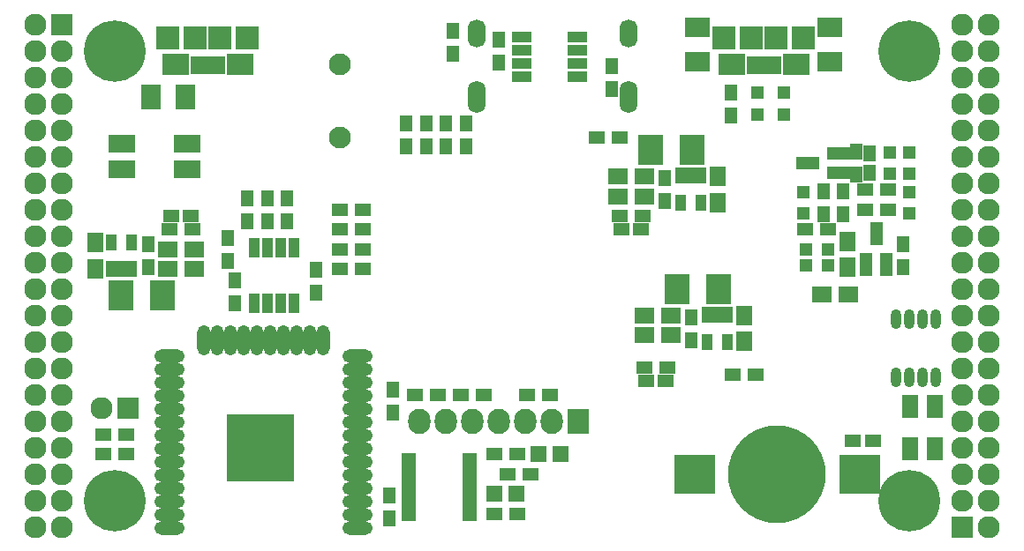
<source format=gbs>
G04 #@! TF.FileFunction,Soldermask,Bot*
%FSLAX46Y46*%
G04 Gerber Fmt 4.6, Leading zero omitted, Abs format (unit mm)*
G04 Created by KiCad (PCBNEW 4.0.5+dfsg1-4) date Wed May 17 15:07:01 2017*
%MOMM*%
%LPD*%
G01*
G04 APERTURE LIST*
%ADD10C,0.100000*%
%ADD11R,3.900000X3.700000*%
%ADD12C,9.400000*%
%ADD13R,2.432000X1.924000*%
%ADD14R,2.400000X2.900000*%
%ADD15R,1.100000X1.600000*%
%ADD16R,1.650000X1.900000*%
%ADD17R,1.900000X1.650000*%
%ADD18R,1.924000X2.432000*%
%ADD19O,1.009600X1.873200*%
%ADD20R,1.200000X1.300000*%
%ADD21R,1.300000X1.200000*%
%ADD22C,2.100000*%
%ADD23R,1.200000X2.300000*%
%ADD24R,2.300000X1.200000*%
%ADD25R,1.600000X1.150000*%
%ADD26R,1.150000X1.600000*%
%ADD27R,1.600000X1.300000*%
%ADD28R,1.300000X1.600000*%
%ADD29O,1.700000X3.100000*%
%ADD30O,1.700000X2.700000*%
%ADD31R,1.000000X1.950000*%
%ADD32R,1.950000X1.000000*%
%ADD33O,2.900000X1.300000*%
%ADD34O,1.300000X2.900000*%
%ADD35R,6.400000X6.400000*%
%ADD36R,2.127200X2.127200*%
%ADD37O,2.127200X2.127200*%
%ADD38C,5.900000*%
%ADD39R,1.400000X0.800000*%
%ADD40R,1.600000X2.200000*%
%ADD41R,2.600000X1.800000*%
%ADD42R,2.127200X2.432000*%
%ADD43O,2.127200X2.432000*%
%ADD44R,1.598880X1.598880*%
%ADD45R,2.500000X2.000000*%
%ADD46R,2.300000X2.300000*%
%ADD47R,0.800000X1.750000*%
%ADD48R,2.200000X2.300000*%
G04 APERTURE END LIST*
D10*
D11*
X174390000Y-105870000D03*
X158590000Y-105870000D03*
D12*
X166490000Y-105870000D03*
D13*
X171570000Y-62944000D03*
X171570000Y-66246000D03*
D14*
X160870000Y-88090000D03*
X156870000Y-88090000D03*
D15*
X159825000Y-90600000D03*
X160775000Y-90600000D03*
X161725000Y-90600000D03*
X161725000Y-93200000D03*
X159825000Y-93200000D03*
D14*
X158330000Y-74755000D03*
X154330000Y-74755000D03*
D15*
X157285000Y-77235000D03*
X158235000Y-77235000D03*
X159185000Y-77235000D03*
X159185000Y-79835000D03*
X157285000Y-79835000D03*
D14*
X103530000Y-88725000D03*
X107530000Y-88725000D03*
D15*
X104575000Y-86215000D03*
X103625000Y-86215000D03*
X102675000Y-86215000D03*
X102675000Y-83615000D03*
X104575000Y-83615000D03*
D16*
X101085000Y-83665000D03*
X101085000Y-86165000D03*
D17*
X153810000Y-90630000D03*
X156310000Y-90630000D03*
X153810000Y-92535000D03*
X156310000Y-92535000D03*
D16*
X163315000Y-93150000D03*
X163315000Y-90650000D03*
D17*
X151270000Y-79200000D03*
X153770000Y-79200000D03*
X151270000Y-77295000D03*
X153770000Y-77295000D03*
D16*
X160775000Y-79815000D03*
X160775000Y-77315000D03*
D17*
X110590000Y-84280000D03*
X108090000Y-84280000D03*
X110590000Y-86185000D03*
X108090000Y-86185000D03*
D18*
X106419000Y-69675000D03*
X109721000Y-69675000D03*
D13*
X158870000Y-66246000D03*
X158870000Y-62944000D03*
D19*
X181730000Y-96599000D03*
X180460000Y-96599000D03*
X179190000Y-96599000D03*
X177920000Y-96599000D03*
X177920000Y-91011000D03*
X179190000Y-91011000D03*
X180460000Y-91011000D03*
X181730000Y-91011000D03*
D16*
X173221000Y-86038000D03*
X173221000Y-83538000D03*
D20*
X169250000Y-84280000D03*
X171350000Y-84280000D03*
D21*
X179190000Y-80885000D03*
X179190000Y-78785000D03*
X177285000Y-74975000D03*
X177285000Y-77075000D03*
X169030000Y-80885000D03*
X169030000Y-78785000D03*
D22*
X124580000Y-66540000D03*
X124580000Y-73540000D03*
D23*
X176965000Y-85780000D03*
X175065000Y-85780000D03*
X176015000Y-82780000D03*
D24*
X172435000Y-75075000D03*
X172435000Y-76975000D03*
X169435000Y-76025000D03*
D25*
X153910000Y-96910000D03*
X155810000Y-96910000D03*
X151570000Y-82375000D03*
X153470000Y-82375000D03*
X110290000Y-81105000D03*
X108390000Y-81105000D03*
D26*
X175380000Y-75075000D03*
X175380000Y-76975000D03*
D27*
X169200000Y-82375000D03*
X171400000Y-82375000D03*
D28*
X172840000Y-80935000D03*
X172840000Y-78735000D03*
D27*
X177115000Y-80470000D03*
X174915000Y-80470000D03*
D28*
X174110000Y-74925000D03*
X174110000Y-77125000D03*
X178555000Y-83815000D03*
X178555000Y-86015000D03*
X113785000Y-83180000D03*
X113785000Y-85380000D03*
X170935000Y-80935000D03*
X170935000Y-78735000D03*
X129280000Y-107900000D03*
X129280000Y-110100000D03*
D27*
X142825000Y-105870000D03*
X140625000Y-105870000D03*
X177115000Y-78565000D03*
X174915000Y-78565000D03*
X153760000Y-95640000D03*
X155960000Y-95640000D03*
X110440000Y-82375000D03*
X108240000Y-82375000D03*
X151420000Y-81105000D03*
X153620000Y-81105000D03*
D28*
X158235000Y-90800000D03*
X158235000Y-93000000D03*
X106165000Y-86015000D03*
X106165000Y-83815000D03*
X155695000Y-77465000D03*
X155695000Y-79665000D03*
D27*
X126782000Y-86185000D03*
X124582000Y-86185000D03*
X126782000Y-84279000D03*
X124582000Y-84279000D03*
X126782000Y-82375000D03*
X124582000Y-82375000D03*
X126782000Y-80470000D03*
X124582000Y-80470000D03*
D28*
X130930000Y-74417000D03*
X130930000Y-72217000D03*
X132835000Y-74417000D03*
X132835000Y-72217000D03*
X134740000Y-74417000D03*
X134740000Y-72217000D03*
X136645000Y-74417000D03*
X136645000Y-72217000D03*
D29*
X152280000Y-69650000D03*
X137680000Y-69650000D03*
D30*
X137680000Y-63600000D03*
X152280000Y-63600000D03*
D31*
X116325000Y-84120000D03*
X117595000Y-84120000D03*
X118865000Y-84120000D03*
X120135000Y-84120000D03*
X120135000Y-89520000D03*
X118865000Y-89520000D03*
X117595000Y-89520000D03*
X116325000Y-89520000D03*
D25*
X173795000Y-102695000D03*
X175695000Y-102695000D03*
D32*
X141980000Y-67705000D03*
X141980000Y-66435000D03*
X141980000Y-65165000D03*
X141980000Y-63895000D03*
X147380000Y-63895000D03*
X147380000Y-65165000D03*
X147380000Y-66435000D03*
X147380000Y-67705000D03*
D20*
X171350000Y-85804000D03*
X169250000Y-85804000D03*
D21*
X179190000Y-77075000D03*
X179190000Y-74975000D03*
D33*
X126260434Y-111030338D03*
X126260434Y-109760338D03*
X126260434Y-108490338D03*
X126260434Y-107220338D03*
X126260434Y-105950338D03*
X126260434Y-104680338D03*
X126260434Y-103410338D03*
X126260434Y-102140338D03*
X126260434Y-100870338D03*
X126260434Y-99600338D03*
X126260434Y-98330338D03*
X126260434Y-97060338D03*
X126260434Y-95790338D03*
X126260434Y-94520338D03*
D34*
X122975434Y-93030338D03*
X121705434Y-93030338D03*
X120435434Y-93030338D03*
X119165434Y-93030338D03*
X117895434Y-93030338D03*
X116625434Y-93030338D03*
X115355434Y-93030338D03*
X114085434Y-93030338D03*
X112815434Y-93030338D03*
X111545434Y-93030338D03*
D33*
X108260434Y-94520338D03*
X108260434Y-95790338D03*
X108260434Y-97060338D03*
X108260434Y-98330338D03*
X108260434Y-99600338D03*
X108260434Y-100870338D03*
X108260434Y-102140338D03*
X108260434Y-103410338D03*
X108260434Y-104680338D03*
X108260434Y-105950338D03*
X108260434Y-107220338D03*
X108260434Y-108490338D03*
X108260434Y-109760338D03*
X108260434Y-111030338D03*
D35*
X116960434Y-103330338D03*
D36*
X97910000Y-62690000D03*
D37*
X95370000Y-62690000D03*
X97910000Y-65230000D03*
X95370000Y-65230000D03*
X97910000Y-67770000D03*
X95370000Y-67770000D03*
X97910000Y-70310000D03*
X95370000Y-70310000D03*
X97910000Y-72850000D03*
X95370000Y-72850000D03*
X97910000Y-75390000D03*
X95370000Y-75390000D03*
X97910000Y-77930000D03*
X95370000Y-77930000D03*
X97910000Y-80470000D03*
X95370000Y-80470000D03*
X97910000Y-83010000D03*
X95370000Y-83010000D03*
X97910000Y-85550000D03*
X95370000Y-85550000D03*
X97910000Y-88090000D03*
X95370000Y-88090000D03*
X97910000Y-90630000D03*
X95370000Y-90630000D03*
X97910000Y-93170000D03*
X95370000Y-93170000D03*
X97910000Y-95710000D03*
X95370000Y-95710000D03*
X97910000Y-98250000D03*
X95370000Y-98250000D03*
X97910000Y-100790000D03*
X95370000Y-100790000D03*
X97910000Y-103330000D03*
X95370000Y-103330000D03*
X97910000Y-105870000D03*
X95370000Y-105870000D03*
X97910000Y-108410000D03*
X95370000Y-108410000D03*
X97910000Y-110950000D03*
X95370000Y-110950000D03*
D36*
X184270000Y-110950000D03*
D37*
X186810000Y-110950000D03*
X184270000Y-108410000D03*
X186810000Y-108410000D03*
X184270000Y-105870000D03*
X186810000Y-105870000D03*
X184270000Y-103330000D03*
X186810000Y-103330000D03*
X184270000Y-100790000D03*
X186810000Y-100790000D03*
X184270000Y-98250000D03*
X186810000Y-98250000D03*
X184270000Y-95710000D03*
X186810000Y-95710000D03*
X184270000Y-93170000D03*
X186810000Y-93170000D03*
X184270000Y-90630000D03*
X186810000Y-90630000D03*
X184270000Y-88090000D03*
X186810000Y-88090000D03*
X184270000Y-85550000D03*
X186810000Y-85550000D03*
X184270000Y-83010000D03*
X186810000Y-83010000D03*
X184270000Y-80470000D03*
X186810000Y-80470000D03*
X184270000Y-77930000D03*
X186810000Y-77930000D03*
X184270000Y-75390000D03*
X186810000Y-75390000D03*
X184270000Y-72850000D03*
X186810000Y-72850000D03*
X184270000Y-70310000D03*
X186810000Y-70310000D03*
X184270000Y-67770000D03*
X186810000Y-67770000D03*
X184270000Y-65230000D03*
X186810000Y-65230000D03*
X184270000Y-62690000D03*
X186810000Y-62690000D03*
D38*
X102990000Y-108410000D03*
X179190000Y-108410000D03*
X179190000Y-65230000D03*
X102990000Y-65230000D03*
D21*
X167125000Y-69260000D03*
X167125000Y-71360000D03*
X164585000Y-69260000D03*
X164585000Y-71360000D03*
D28*
X162045000Y-71410000D03*
X162045000Y-69210000D03*
X139820000Y-66330000D03*
X139820000Y-64130000D03*
X135375000Y-63300000D03*
X135375000Y-65500000D03*
X150615000Y-68870000D03*
X150615000Y-66670000D03*
D27*
X151380000Y-73600000D03*
X149180000Y-73600000D03*
D39*
X137005000Y-104215000D03*
X137005000Y-104865000D03*
X137005000Y-105515000D03*
X137005000Y-106165000D03*
X137005000Y-106815000D03*
X137005000Y-107465000D03*
X137005000Y-108115000D03*
X137005000Y-108765000D03*
X137005000Y-109415000D03*
X137005000Y-110065000D03*
X131205000Y-110065000D03*
X131205000Y-109415000D03*
X131205000Y-108765000D03*
X131205000Y-108115000D03*
X131205000Y-107465000D03*
X131205000Y-106815000D03*
X131205000Y-106165000D03*
X131205000Y-105515000D03*
X131205000Y-104865000D03*
X131205000Y-104215000D03*
D28*
X119500000Y-79370000D03*
X119500000Y-81570000D03*
X114480000Y-89500000D03*
X114480000Y-87300000D03*
X129660000Y-99985000D03*
X129660000Y-97785000D03*
X117595000Y-79370000D03*
X117595000Y-81570000D03*
X122280000Y-86300000D03*
X122280000Y-88500000D03*
X115690000Y-79370000D03*
X115690000Y-81570000D03*
D27*
X144730000Y-98250000D03*
X142530000Y-98250000D03*
X138380000Y-98250000D03*
X136180000Y-98250000D03*
X133935000Y-98250000D03*
X131735000Y-98250000D03*
X101890000Y-103965000D03*
X104090000Y-103965000D03*
D40*
X179260000Y-99425000D03*
X179260000Y-103425000D03*
X181660000Y-103425000D03*
X181660000Y-99425000D03*
D41*
X109950000Y-76640000D03*
X103650000Y-76640000D03*
X103650000Y-74140000D03*
X109950000Y-74140000D03*
D36*
X104260000Y-99520000D03*
D37*
X101720000Y-99520000D03*
D42*
X147440000Y-100790000D03*
D43*
X144900000Y-100790000D03*
X142360000Y-100790000D03*
X139820000Y-100790000D03*
X137280000Y-100790000D03*
X134740000Y-100790000D03*
X132200000Y-100790000D03*
D27*
X101890000Y-102060000D03*
X104090000Y-102060000D03*
D44*
X143630980Y-104000000D03*
X145729020Y-104000000D03*
X141504020Y-107775000D03*
X139405980Y-107775000D03*
D27*
X139355000Y-103965000D03*
X141555000Y-103965000D03*
X139355000Y-109680000D03*
X141555000Y-109680000D03*
D45*
X108780000Y-66510000D03*
X114980000Y-66510000D03*
D46*
X110680000Y-63960000D03*
X113080000Y-63960000D03*
D47*
X110580000Y-66635000D03*
X111230000Y-66635000D03*
X111880000Y-66635000D03*
X112530000Y-66635000D03*
X113180000Y-66635000D03*
D48*
X108080000Y-63960000D03*
X115680000Y-63960000D03*
D45*
X162120000Y-66510000D03*
X168320000Y-66510000D03*
D46*
X164020000Y-63960000D03*
X166420000Y-63960000D03*
D47*
X163920000Y-66635000D03*
X164570000Y-66635000D03*
X165220000Y-66635000D03*
X165870000Y-66635000D03*
X166520000Y-66635000D03*
D48*
X161420000Y-63960000D03*
X169020000Y-63960000D03*
D17*
X173330000Y-88600000D03*
X170830000Y-88600000D03*
D27*
X164415000Y-96345000D03*
X162215000Y-96345000D03*
M02*

</source>
